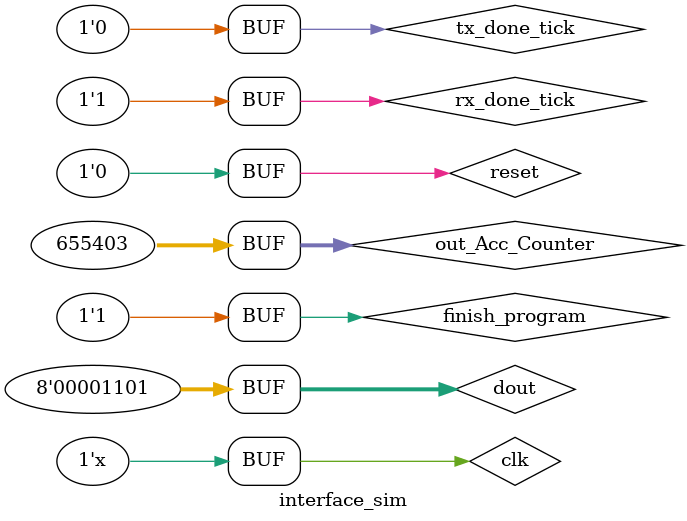
<source format=v>
`timescale 1ns / 1ps

module interface_sim;

reg clk, reset, rx_done_tick, tx_done_tick;
//  wire signe
//	wire [7:0] leds;
	reg [7:0] dout;
	wire [7:0] din;
//	wire [5:0] op;
	
	wire wr, rd, tx_start, tx_full, rx_empty,BIP_enable;
	wire tx, rx, s_tick; 
	reg finish_program;
	wire[31:0] out_Acc_Counter;
  
    interface #(.DBIT(8)) int (clk, reset,rx_done_tick, rd, finish_program, tx_done_tick, 
                                       dout, out_Acc_Counter, din, BIP_enable, tx_start); 
   
    assign out_Acc_Counter[31:27] = 0;
    assign out_Acc_Counter[26:16] = 10;
    assign out_Acc_Counter[15:0] = 43;
    //assign Addr = Program_Data[10:0];
    
    always 
        begin
            #5 clk = ~clk;            
        end
     initial
        begin
            //BIP_enable = 1;
            clk = 0;
            reset = 1;
            #10 reset = 0;
            #10  tx_done_tick = 0;
            #10  tx_done_tick = 1;
            #10  tx_done_tick = 0;
            #10  tx_done_tick = 1;
            #10  tx_done_tick = 0;
            #10  tx_done_tick = 1;
            #10  tx_done_tick = 0;
            #10  tx_done_tick = 1;
            #10  tx_done_tick = 0;
            #10  tx_done_tick = 1;
            #10  tx_done_tick = 0;            
            #10  
            rx_done_tick = 1;
            dout = 115;
            #10
            #10
            #10
            dout = 13;
            //BIP_enable = 1;
            finish_program = 1;
            #10
            #10  tx_done_tick = 0;
            #10  tx_done_tick = 1;
            #10  tx_done_tick = 0;
            #10  tx_done_tick = 1;
            #10  tx_done_tick = 0;
            #10  tx_done_tick = 1;
            #10  tx_done_tick = 0;
            #10  tx_done_tick = 1;
            #10  tx_done_tick = 0;
            #10  tx_done_tick = 1;
            #10  tx_done_tick = 0;
            #10  tx_done_tick = 0;
            #10  tx_done_tick = 1;
            #10  tx_done_tick = 0;
            #10  tx_done_tick = 1;
            #10  tx_done_tick = 0;
            #10  tx_done_tick = 1;
            #10  tx_done_tick = 0;
            #10  tx_done_tick = 1;
            #10  tx_done_tick = 0;
            #10  tx_done_tick = 1;
            #10  tx_done_tick = 0;  
            #10  tx_done_tick = 1;
            #10  tx_done_tick = 0;
            #10  tx_done_tick = 1;
            #10  tx_done_tick = 0;
            #10  tx_done_tick = 1;
            #10  tx_done_tick = 0;
            #10  tx_done_tick = 1;
            #10  tx_done_tick = 0;
            #10  tx_done_tick = 1;
            #10  tx_done_tick = 0;
            #10  tx_done_tick = 0;
            #10  tx_done_tick = 1;
            #10  tx_done_tick = 0;
            #10  tx_done_tick = 1;
            #10  tx_done_tick = 0;
            #10  tx_done_tick = 1;
            #10  tx_done_tick = 0;
            #10  tx_done_tick = 1;
            #10  tx_done_tick = 0;
            #10  tx_done_tick = 1;
            #10  tx_done_tick = 0; 
            #10  tx_done_tick = 1;
            #10  tx_done_tick = 0;
            #10  tx_done_tick = 1;
            #10  tx_done_tick = 0;
            #10  tx_done_tick = 1;
            #10  tx_done_tick = 0;
            #10  tx_done_tick = 1;
            #10  tx_done_tick = 0;
            #10  tx_done_tick = 1;
            #10  tx_done_tick = 0;
            #10  tx_done_tick = 0;
            #10  tx_done_tick = 1;
            #10  tx_done_tick = 0;
            #10  tx_done_tick = 1;
            #10  tx_done_tick = 0;
            #10  tx_done_tick = 1;
            #10  tx_done_tick = 0;
            #10  tx_done_tick = 1;
            #10  tx_done_tick = 0;
            #10  tx_done_tick = 1;
            #10  tx_done_tick = 0;                       
            
        end
endmodule
</source>
